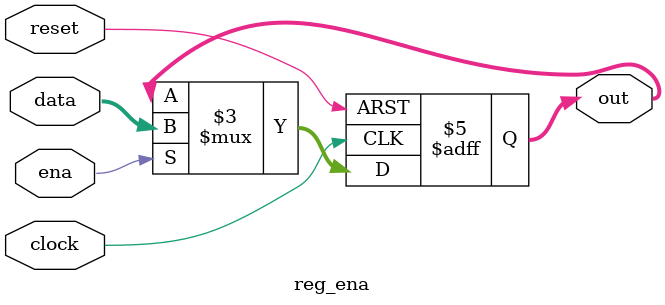
<source format=v>

`timescale 1ns / 10 ps


module reg_ena (clock, reset, ena, data, out);

parameter WIDTH = 32;

input  clock, reset, ena;
input  [WIDTH-1:0] data;

output [WIDTH-1:0] out;
reg    [WIDTH-1:0] out;


always @(posedge clock or posedge reset)
    if(reset)
     out = {WIDTH{1'b0}} ;  // çàïèñàíî ñòîëüêî 0, ñêîëüêî ðàçðÿäíîñòè â WIDTH 
    else if(ena)
     out = data;

endmodule
//==================================================
</source>
